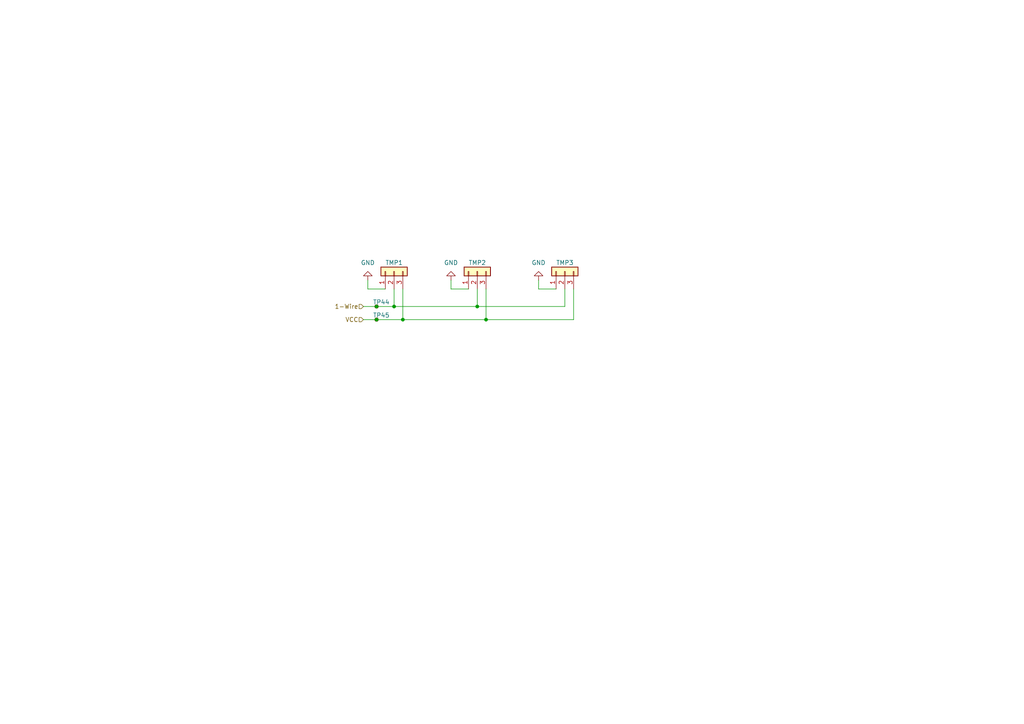
<source format=kicad_sch>
(kicad_sch (version 20211123) (generator eeschema)
  (paper "A4")
  (lib_symbols
    (symbol "Connector:TestPoint_Small" (pin_numbers hide) (pin_names (offset 0.762) hide)
      (property "Reference" "TP" (at 0 3.81 0))
      (property "Value" "TestPoint_Small" (at 0 2.032 0))
      (symbol "TestPoint_Small_0_1"
        (circle (center 0 0) (radius 0.508))
      )
      (symbol "TestPoint_Small_1_1"
        (pin passive line (at 0 0 90) (length 0) (name "1") (number "1"))
      )
    )
    (symbol "Connector_Generic:Conn_01x03" (pin_names (offset 1.016) hide)
      (property "Reference" "J" (at 0 5.08 0))
      (property "Value" "Conn_01x03" (at 0 -5.08 0))
      (symbol "Conn_01x03_1_1"
        (rectangle (start -1.27 -2.413) (end 0 -2.667) (stroke (width 0.1524)))
        (rectangle (start -1.27 0.127) (end 0 -0.127) (stroke (width 0.1524)))
        (rectangle (start -1.27 2.667) (end 0 2.413) (stroke (width 0.1524)))
        (rectangle (start -1.27 3.81) (end 1.27 -3.81) (stroke (width 0.254)) (fill (type background)))
        (pin passive line (at -5.08 2.54 0) (length 3.81) (name "Pin_1") (number "1"))
        (pin passive line (at -5.08 0 0) (length 3.81) (name "Pin_2") (number "2"))
        (pin passive line (at -5.08 -2.54 0) (length 3.81) (name "Pin_3") (number "3"))
      )
    )
    (symbol "power:GND" (power) (pin_names (offset 0))
      (property "Value" "GND" (at 0 -3.81 0))
      (symbol "GND_0_1"
        (polyline (pts (xy 0 0) (xy 0 -1.27) (xy 1.27 -1.27) (xy 0 -2.54) (xy -1.27 -1.27) (xy 0 -1.27)))
      )
      (symbol "GND_1_1"
        (pin power_in line (at 0 0 270) (length 0) hide (name "GND") (number "1"))
      )
    )
  )
  (junction (at 140.97 92.71))
  (junction (at 114.3 88.9))
  (junction (at 109.22 88.9))
  (junction (at 109.22 92.71))
  (junction (at 116.84 92.71))
  (junction (at 138.43 88.9))
  (wire (pts (xy 114.3 83.82) (xy 114.3 88.9)))
  (wire (pts (xy 140.97 92.71) (xy 140.97 83.82)))
  (wire (pts (xy 106.68 83.82) (xy 106.68 81.28)))
  (wire (pts (xy 109.22 88.9) (xy 114.3 88.9)))
  (wire (pts (xy 156.21 83.82) (xy 161.29 83.82)))
  (wire (pts (xy 140.97 92.71) (xy 166.37 92.71)))
  (wire (pts (xy 109.22 92.71) (xy 116.84 92.71)))
  (wire (pts (xy 163.83 83.82) (xy 163.83 88.9)))
  (wire (pts (xy 116.84 92.71) (xy 140.97 92.71)))
  (wire (pts (xy 138.43 83.82) (xy 138.43 88.9)))
  (wire (pts (xy 105.41 92.71) (xy 109.22 92.71)))
  (wire (pts (xy 114.3 88.9) (xy 138.43 88.9)))
  (wire (pts (xy 138.43 88.9) (xy 163.83 88.9)))
  (wire (pts (xy 166.37 92.71) (xy 166.37 83.82)))
  (wire (pts (xy 106.68 83.82) (xy 111.76 83.82)))
  (wire (pts (xy 130.81 83.82) (xy 135.89 83.82)))
  (wire (pts (xy 116.84 92.71) (xy 116.84 83.82)))
  (wire (pts (xy 105.41 88.9) (xy 109.22 88.9)))
  (wire (pts (xy 130.81 83.82) (xy 130.81 81.28)))
  (wire (pts (xy 156.21 83.82) (xy 156.21 81.28)))
  (hierarchical_label "1-Wire" (shape input) (at 105.41 88.9 180))
  (hierarchical_label "VCC" (shape input) (at 105.41 92.71 180))
  (symbol (lib_id "Connector:TestPoint_Small") (at 109.22 92.71 0) (mirror y) (unit 1)
    (property "Reference" "TP45" (at 113.03 91.44 0) (effects (justify left)))
    (property "Value" "Test Point" (effects hide))
    (property "Footprint" "TestPoint:TestPoint_Pad_D1.0mm" (effects hide))
  )
  (symbol (lib_id "Connector_Generic:Conn_01x03") (at 163.83 78.74 90) (unit 1)
    (property "Reference" "TMP3" (at 163.83 76.2 90))
    (property "Value" "DS18B20 - Connector" (effects hide))
    (property "Footprint" "Connector_PinHeader_2.00mm:PinHeader_1x03_P2.00mm_Vertical" (effects hide))
    (property "Digikey" "https://www.digikey.com/short/bd73wft8" (effects hide))
    (property "Unit Price" "0.18" (effects hide))
  )
  (symbol (lib_id "Connector:TestPoint_Small") (at 109.22 88.9 0) (mirror y) (unit 1)
    (property "Reference" "TP44" (at 113.03 87.63 0) (effects (justify left)))
    (property "Value" "Test Point" (effects hide))
    (property "Footprint" "TestPoint:TestPoint_Pad_D1.0mm" (effects hide))
  )
  (symbol (lib_id "Connector_Generic:Conn_01x03") (at 138.43 78.74 90) (unit 1)
    (property "Reference" "TMP2" (at 138.43 76.2 90))
    (property "Value" "DS18B20 - Connector" (effects hide))
    (property "Footprint" "Connector_PinHeader_2.00mm:PinHeader_1x03_P2.00mm_Vertical" (effects hide))
    (property "Digikey" "https://www.digikey.com/short/bd73wft8" (effects hide))
    (property "Unit Price" "0.18" (effects hide))
  )
  (symbol (lib_id "Connector_Generic:Conn_01x03") (at 114.3 78.74 90) (unit 1)
    (property "Reference" "TMP1" (at 114.3 76.2 90))
    (property "Value" "DS18B20 - Connector" (effects hide))
    (property "Footprint" "Connector_PinHeader_2.00mm:PinHeader_1x03_P2.00mm_Vertical" (effects hide))
    (property "Digikey" "https://www.digikey.com/short/bd73wft8" (effects hide))
    (property "Unit Price" "0.18" (effects hide))
  )
  (symbol (lib_id "power:GND") (at 156.21 81.28 180) (unit 1)
    (property "Reference" "#PWR0154" (effects hide))
    (property "Value" "GND" (at 156.21 76.2 0))
  )
  (symbol (lib_id "power:GND") (at 130.81 81.28 180) (unit 1)
    (property "Reference" "#PWR0155" (effects hide))
    (property "Value" "GND" (at 130.81 76.2 0))
  )
  (symbol (lib_id "power:GND") (at 106.68 81.28 180) (unit 1)
    (property "Reference" "#PWR0157" (effects hide))
    (property "Value" "GND" (at 106.68 76.2 0))
  )
)
</source>
